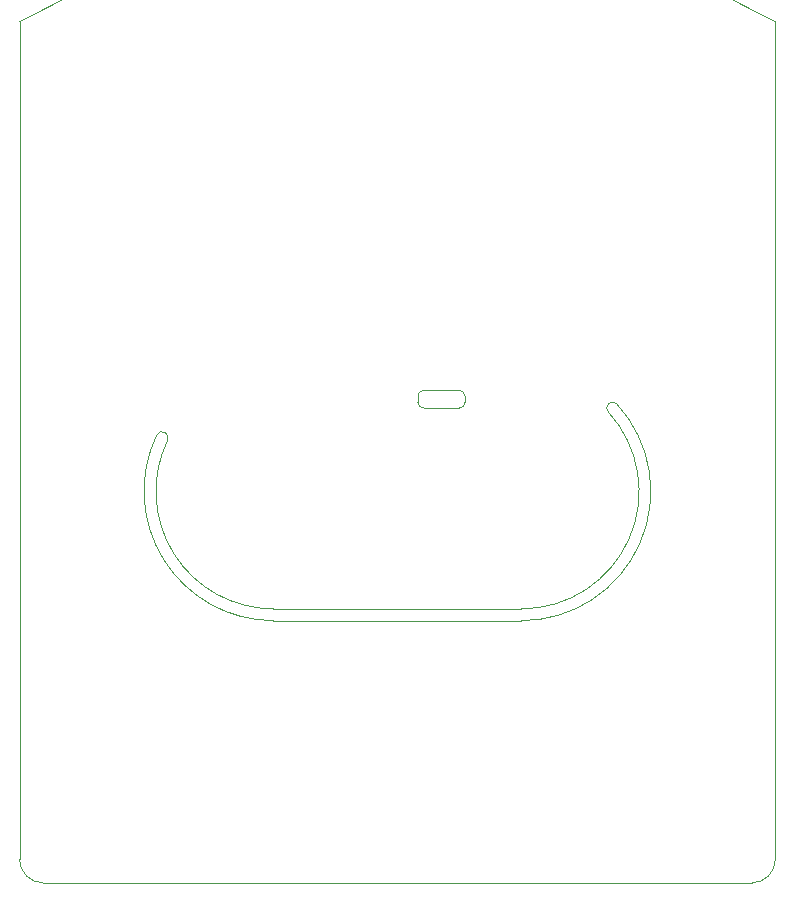
<source format=gbr>
%TF.GenerationSoftware,KiCad,Pcbnew,(6.0.0-0)*%
%TF.CreationDate,2022-03-12T23:02:06-06:00*%
%TF.ProjectId,SmartNeonPSU,536d6172-744e-4656-9f6e-5053552e6b69,rev?*%
%TF.SameCoordinates,Original*%
%TF.FileFunction,Profile,NP*%
%FSLAX46Y46*%
G04 Gerber Fmt 4.6, Leading zero omitted, Abs format (unit mm)*
G04 Created by KiCad (PCBNEW (6.0.0-0)) date 2022-03-12 23:02:06*
%MOMM*%
%LPD*%
G01*
G04 APERTURE LIST*
%TA.AperFunction,Profile*%
%ADD10C,0.100000*%
%TD*%
%TA.AperFunction,Profile*%
%ADD11C,0.120000*%
%TD*%
G04 APERTURE END LIST*
D10*
X180000000Y-134950000D02*
G75*
G03*
X182000000Y-132951866I932J1999068D01*
G01*
X160500000Y-111749999D02*
G75*
G03*
X167859538Y-95092697I6397J9951622D01*
G01*
X182000000Y-132951866D02*
X182000000Y-62047951D01*
X139500000Y-111750000D02*
X160500000Y-111750000D01*
X160500000Y-112750000D02*
G75*
G03*
X168558447Y-94386229I-1345J10950592D01*
G01*
X118000000Y-132949998D02*
G75*
G03*
X120000000Y-134950000I2000000J-2D01*
G01*
X120000000Y-134950000D02*
X180000000Y-134950000D01*
X182000000Y-62047951D02*
G75*
G03*
X118000000Y-62047951I-32000000J-57967903D01*
G01*
X168558447Y-94386229D02*
G75*
G03*
X167859538Y-95092697I-349462J-353227D01*
G01*
X130521029Y-97512025D02*
G75*
G03*
X139500000Y-111750000I8978971J-4287759D01*
G01*
X139500000Y-112750000D02*
X160500000Y-112750000D01*
X129625158Y-97020000D02*
G75*
G03*
X139500000Y-112750000I9890276J-4755740D01*
G01*
X130521028Y-97512025D02*
G75*
G03*
X129625158Y-97020000I-447936J246011D01*
G01*
X118000000Y-62047951D02*
X118000000Y-132949998D01*
D11*
%TO.C,C20*%
X152222317Y-94750000D02*
X155222317Y-94750000D01*
X155222317Y-93250000D02*
X152222317Y-93250000D01*
X155722317Y-94250000D02*
X155722317Y-93750000D01*
X151722317Y-93750000D02*
X151722317Y-94250000D01*
X155722317Y-93750000D02*
G75*
G03*
X155222317Y-93250000I-500001J-1D01*
G01*
X151722317Y-94250000D02*
G75*
G03*
X152222317Y-94750000I500001J1D01*
G01*
X155222317Y-94750000D02*
G75*
G03*
X155722317Y-94250000I-1J500001D01*
G01*
X152222317Y-93250000D02*
G75*
G03*
X151722317Y-93750000I1J-500001D01*
G01*
%TD*%
M02*

</source>
